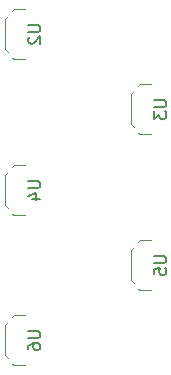
<source format=gbr>
%TF.GenerationSoftware,KiCad,Pcbnew,(5.1.2)-2*%
%TF.CreationDate,2021-07-28T17:12:53+02:00*%
%TF.ProjectId,SFB,5346422e-6b69-4636-9164-5f7063625858,1*%
%TF.SameCoordinates,Original*%
%TF.FileFunction,Legend,Bot*%
%TF.FilePolarity,Positive*%
%FSLAX46Y46*%
G04 Gerber Fmt 4.6, Leading zero omitted, Abs format (unit mm)*
G04 Created by KiCad (PCBNEW (5.1.2)-2) date 2021-07-28 17:12:53*
%MOMM*%
%LPD*%
G04 APERTURE LIST*
%ADD10C,0.120000*%
%ADD11C,0.150000*%
G04 APERTURE END LIST*
D10*
X89296000Y-111672000D02*
X88346000Y-111672000D01*
X88346000Y-115922000D02*
X89296000Y-115922000D01*
X87546000Y-115072000D02*
X87546000Y-112472000D01*
X87546000Y-112472000D02*
X87796000Y-112222000D01*
X88196000Y-111822000D02*
X88346000Y-111672000D01*
X87546000Y-115072000D02*
X87796000Y-115322000D01*
X88196000Y-115772000D02*
X88346000Y-115922000D01*
X89296000Y-98464000D02*
X88346000Y-98464000D01*
X88346000Y-102714000D02*
X89296000Y-102714000D01*
X87546000Y-101864000D02*
X87546000Y-99264000D01*
X87546000Y-99264000D02*
X87796000Y-99014000D01*
X88196000Y-98614000D02*
X88346000Y-98464000D01*
X87546000Y-101864000D02*
X87796000Y-102114000D01*
X88196000Y-102564000D02*
X88346000Y-102714000D01*
X78628000Y-118022000D02*
X77678000Y-118022000D01*
X77678000Y-122272000D02*
X78628000Y-122272000D01*
X76878000Y-121422000D02*
X76878000Y-118822000D01*
X76878000Y-118822000D02*
X77128000Y-118572000D01*
X77528000Y-118172000D02*
X77678000Y-118022000D01*
X76878000Y-121422000D02*
X77128000Y-121672000D01*
X77528000Y-122122000D02*
X77678000Y-122272000D01*
X78628000Y-105322000D02*
X77678000Y-105322000D01*
X77678000Y-109572000D02*
X78628000Y-109572000D01*
X76878000Y-108722000D02*
X76878000Y-106122000D01*
X76878000Y-106122000D02*
X77128000Y-105872000D01*
X77528000Y-105472000D02*
X77678000Y-105322000D01*
X76878000Y-108722000D02*
X77128000Y-108972000D01*
X77528000Y-109422000D02*
X77678000Y-109572000D01*
X78628000Y-92114000D02*
X77678000Y-92114000D01*
X77678000Y-96364000D02*
X78628000Y-96364000D01*
X76878000Y-95514000D02*
X76878000Y-92914000D01*
X76878000Y-92914000D02*
X77128000Y-92664000D01*
X77528000Y-92264000D02*
X77678000Y-92114000D01*
X76878000Y-95514000D02*
X77128000Y-95764000D01*
X77528000Y-96214000D02*
X77678000Y-96364000D01*
D11*
X89548380Y-113030095D02*
X90357904Y-113030095D01*
X90453142Y-113077714D01*
X90500761Y-113125333D01*
X90548380Y-113220571D01*
X90548380Y-113411047D01*
X90500761Y-113506285D01*
X90453142Y-113553904D01*
X90357904Y-113601523D01*
X89548380Y-113601523D01*
X89548380Y-114553904D02*
X89548380Y-114077714D01*
X90024571Y-114030095D01*
X89976952Y-114077714D01*
X89929333Y-114172952D01*
X89929333Y-114411047D01*
X89976952Y-114506285D01*
X90024571Y-114553904D01*
X90119809Y-114601523D01*
X90357904Y-114601523D01*
X90453142Y-114553904D01*
X90500761Y-114506285D01*
X90548380Y-114411047D01*
X90548380Y-114172952D01*
X90500761Y-114077714D01*
X90453142Y-114030095D01*
X89548380Y-99822095D02*
X90357904Y-99822095D01*
X90453142Y-99869714D01*
X90500761Y-99917333D01*
X90548380Y-100012571D01*
X90548380Y-100203047D01*
X90500761Y-100298285D01*
X90453142Y-100345904D01*
X90357904Y-100393523D01*
X89548380Y-100393523D01*
X89548380Y-100774476D02*
X89548380Y-101393523D01*
X89929333Y-101060190D01*
X89929333Y-101203047D01*
X89976952Y-101298285D01*
X90024571Y-101345904D01*
X90119809Y-101393523D01*
X90357904Y-101393523D01*
X90453142Y-101345904D01*
X90500761Y-101298285D01*
X90548380Y-101203047D01*
X90548380Y-100917333D01*
X90500761Y-100822095D01*
X90453142Y-100774476D01*
X78880380Y-119380095D02*
X79689904Y-119380095D01*
X79785142Y-119427714D01*
X79832761Y-119475333D01*
X79880380Y-119570571D01*
X79880380Y-119761047D01*
X79832761Y-119856285D01*
X79785142Y-119903904D01*
X79689904Y-119951523D01*
X78880380Y-119951523D01*
X78880380Y-120856285D02*
X78880380Y-120665809D01*
X78928000Y-120570571D01*
X78975619Y-120522952D01*
X79118476Y-120427714D01*
X79308952Y-120380095D01*
X79689904Y-120380095D01*
X79785142Y-120427714D01*
X79832761Y-120475333D01*
X79880380Y-120570571D01*
X79880380Y-120761047D01*
X79832761Y-120856285D01*
X79785142Y-120903904D01*
X79689904Y-120951523D01*
X79451809Y-120951523D01*
X79356571Y-120903904D01*
X79308952Y-120856285D01*
X79261333Y-120761047D01*
X79261333Y-120570571D01*
X79308952Y-120475333D01*
X79356571Y-120427714D01*
X79451809Y-120380095D01*
X78880380Y-106680095D02*
X79689904Y-106680095D01*
X79785142Y-106727714D01*
X79832761Y-106775333D01*
X79880380Y-106870571D01*
X79880380Y-107061047D01*
X79832761Y-107156285D01*
X79785142Y-107203904D01*
X79689904Y-107251523D01*
X78880380Y-107251523D01*
X79213714Y-108156285D02*
X79880380Y-108156285D01*
X78832761Y-107918190D02*
X79547047Y-107680095D01*
X79547047Y-108299142D01*
X78880380Y-93472095D02*
X79689904Y-93472095D01*
X79785142Y-93519714D01*
X79832761Y-93567333D01*
X79880380Y-93662571D01*
X79880380Y-93853047D01*
X79832761Y-93948285D01*
X79785142Y-93995904D01*
X79689904Y-94043523D01*
X78880380Y-94043523D01*
X78975619Y-94472095D02*
X78928000Y-94519714D01*
X78880380Y-94614952D01*
X78880380Y-94853047D01*
X78928000Y-94948285D01*
X78975619Y-94995904D01*
X79070857Y-95043523D01*
X79166095Y-95043523D01*
X79308952Y-94995904D01*
X79880380Y-94424476D01*
X79880380Y-95043523D01*
M02*

</source>
